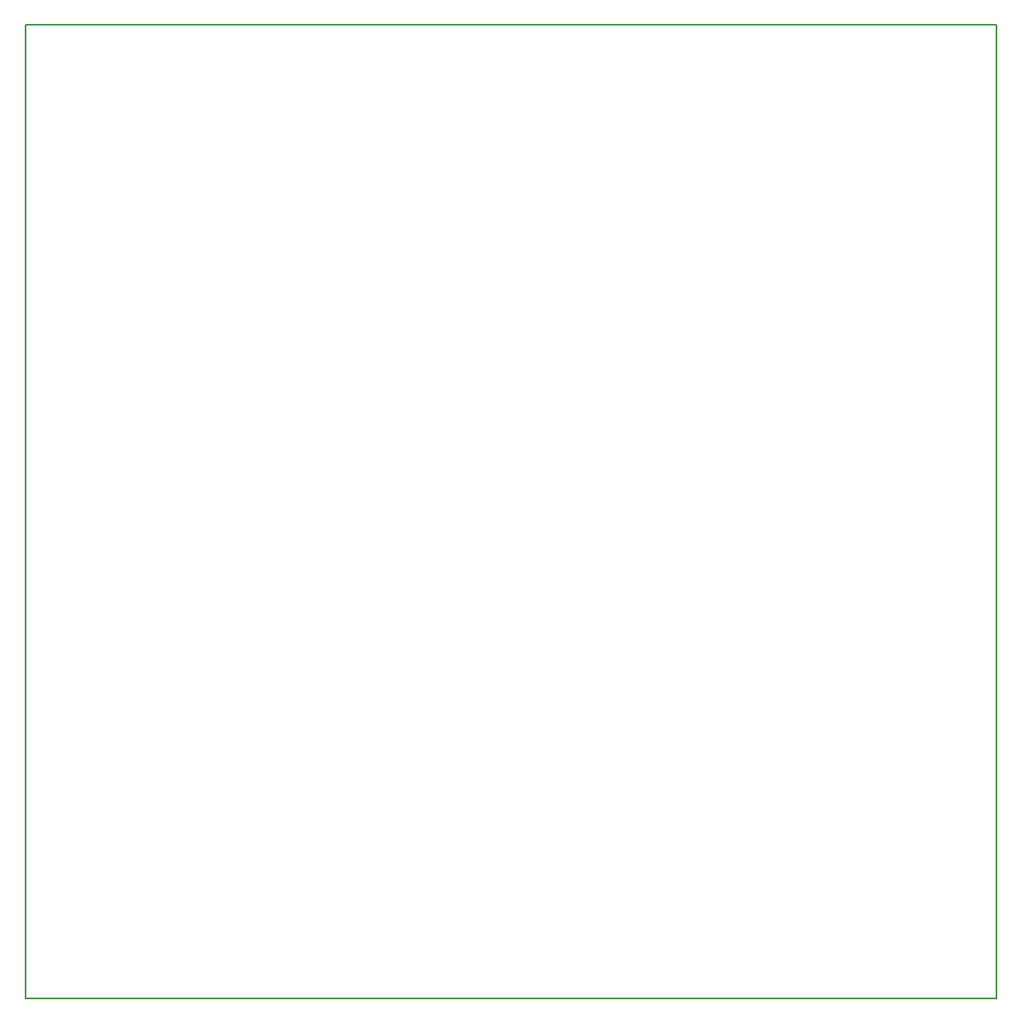
<source format=gko>
G04*
G04 #@! TF.GenerationSoftware,Altium Limited,Altium Designer,21.0.8 (223)*
G04*
G04 Layer_Color=16711935*
%FSTAX24Y24*%
%MOIN*%
G70*
G04*
G04 #@! TF.SameCoordinates,736B94AB-3AD6-4132-BD99-26C8E2632B86*
G04*
G04*
G04 #@! TF.FilePolarity,Positive*
G04*
G01*
G75*
%ADD14C,0.0079*%
D14*
X01Y018504D02*
Y049331D01*
Y01D02*
Y018504D01*
Y01D02*
X049252D01*
Y019291D01*
Y049331D01*
X01D02*
X049252D01*
M02*

</source>
